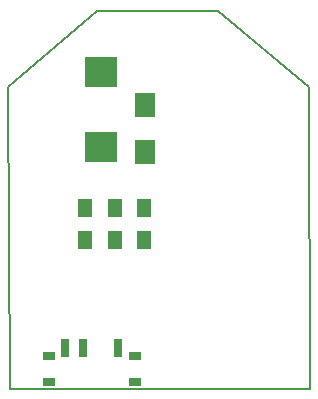
<source format=gbp>
%TF.GenerationSoftware,KiCad,Pcbnew,(6.0.0-rc1-dev-634-gb5e3f6406)*%
%TF.CreationDate,2019-05-27T20:40:42+09:00*%
%TF.ProjectId,xbee,786265652E6B696361645F7063620000,rev?*%
%TF.SameCoordinates,Original*%
%TF.FileFunction,Paste,Bot*%
%TF.FilePolarity,Positive*%
%FSLAX46Y46*%
G04 Gerber Fmt 4.6, Leading zero omitted, Abs format (unit mm)*
G04 Created by KiCad (PCBNEW (6.0.0-rc1-dev-634-gb5e3f6406)) date 2019 May 27, Monday 20:40:42*
%MOMM*%
%LPD*%
G01*
G04 APERTURE LIST*
%ADD10C,0.150000*%
%ADD11R,2.700000X2.550000*%
%ADD12R,1.300000X1.500000*%
%ADD13R,1.700000X2.000000*%
%ADD14R,0.700000X1.500000*%
%ADD15R,1.000000X0.800000*%
G04 APERTURE END LIST*
D10*
X143250000Y-90250000D02*
X153500000Y-90250000D01*
X135750000Y-96750000D02*
X143250000Y-90250000D01*
X135750000Y-96750000D02*
X135850000Y-122250000D01*
X153500000Y-90250000D02*
X161201100Y-96750000D01*
X161201100Y-96750000D02*
X161250000Y-122250000D01*
X161250000Y-122250000D02*
X135850000Y-122250000D01*
D11*
X143550000Y-101800000D03*
X143550000Y-95450000D03*
D12*
X147250000Y-106950000D03*
X147250000Y-109650000D03*
X142250000Y-109650000D03*
X142250000Y-106950000D03*
X144750000Y-106950000D03*
X144750000Y-109650000D03*
D13*
X147350000Y-102250000D03*
X147350000Y-98250000D03*
D14*
X145050000Y-118820000D03*
X142050000Y-118820000D03*
X140550000Y-118820000D03*
D15*
X146450000Y-121680000D03*
X139150000Y-121680000D03*
X139150000Y-119470000D03*
X146450000Y-119470000D03*
M02*

</source>
